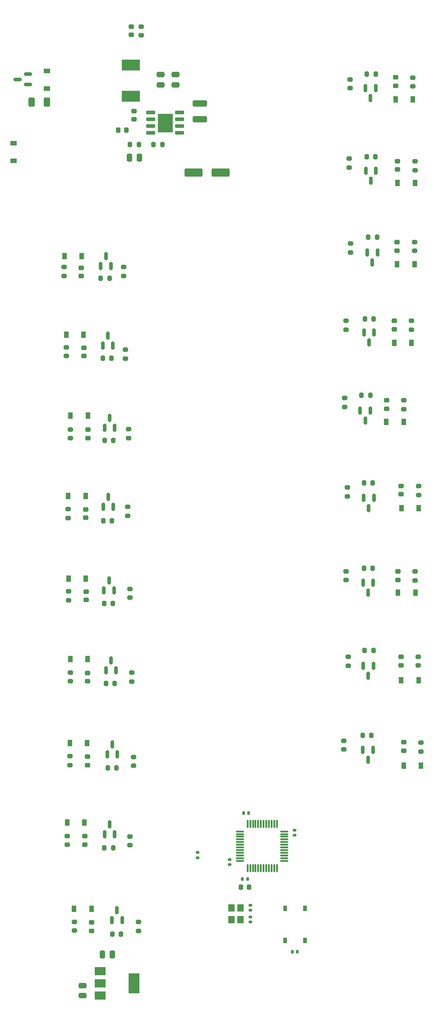
<source format=gtp>
G04 #@! TF.GenerationSoftware,KiCad,Pcbnew,(6.0.11)*
G04 #@! TF.CreationDate,2023-09-27T15:25:24-05:00*
G04 #@! TF.ProjectId,MB,4d422e6b-6963-4616-945f-706362585858,rev?*
G04 #@! TF.SameCoordinates,Original*
G04 #@! TF.FileFunction,Paste,Top*
G04 #@! TF.FilePolarity,Positive*
%FSLAX46Y46*%
G04 Gerber Fmt 4.6, Leading zero omitted, Abs format (unit mm)*
G04 Created by KiCad (PCBNEW (6.0.11)) date 2023-09-27 15:25:24*
%MOMM*%
%LPD*%
G01*
G04 APERTURE LIST*
G04 Aperture macros list*
%AMRoundRect*
0 Rectangle with rounded corners*
0 $1 Rounding radius*
0 $2 $3 $4 $5 $6 $7 $8 $9 X,Y pos of 4 corners*
0 Add a 4 corners polygon primitive as box body*
4,1,4,$2,$3,$4,$5,$6,$7,$8,$9,$2,$3,0*
0 Add four circle primitives for the rounded corners*
1,1,$1+$1,$2,$3*
1,1,$1+$1,$4,$5*
1,1,$1+$1,$6,$7*
1,1,$1+$1,$8,$9*
0 Add four rect primitives between the rounded corners*
20,1,$1+$1,$2,$3,$4,$5,0*
20,1,$1+$1,$4,$5,$6,$7,0*
20,1,$1+$1,$6,$7,$8,$9,0*
20,1,$1+$1,$8,$9,$2,$3,0*%
G04 Aperture macros list end*
%ADD10C,0.010000*%
%ADD11RoundRect,0.250000X0.250000X0.475000X-0.250000X0.475000X-0.250000X-0.475000X0.250000X-0.475000X0*%
%ADD12RoundRect,0.200000X0.275000X-0.200000X0.275000X0.200000X-0.275000X0.200000X-0.275000X-0.200000X0*%
%ADD13R,0.910000X1.220000*%
%ADD14RoundRect,0.150000X-0.150000X0.587500X-0.150000X-0.587500X0.150000X-0.587500X0.150000X0.587500X0*%
%ADD15RoundRect,0.200000X-0.200000X-0.275000X0.200000X-0.275000X0.200000X0.275000X-0.200000X0.275000X0*%
%ADD16RoundRect,0.150000X0.150000X-0.587500X0.150000X0.587500X-0.150000X0.587500X-0.150000X-0.587500X0*%
%ADD17RoundRect,0.200000X0.200000X0.275000X-0.200000X0.275000X-0.200000X-0.275000X0.200000X-0.275000X0*%
%ADD18RoundRect,0.218750X-0.256250X0.218750X-0.256250X-0.218750X0.256250X-0.218750X0.256250X0.218750X0*%
%ADD19RoundRect,0.225000X-0.225000X-0.250000X0.225000X-0.250000X0.225000X0.250000X-0.225000X0.250000X0*%
%ADD20RoundRect,0.135000X-0.185000X0.135000X-0.185000X-0.135000X0.185000X-0.135000X0.185000X0.135000X0*%
%ADD21RoundRect,0.218750X0.256250X-0.218750X0.256250X0.218750X-0.256250X0.218750X-0.256250X-0.218750X0*%
%ADD22RoundRect,0.140000X-0.140000X-0.170000X0.140000X-0.170000X0.140000X0.170000X-0.140000X0.170000X0*%
%ADD23RoundRect,0.140000X0.170000X-0.140000X0.170000X0.140000X-0.170000X0.140000X-0.170000X-0.140000X0*%
%ADD24R,2.000000X1.500000*%
%ADD25R,2.000000X3.800000*%
%ADD26RoundRect,0.250000X0.475000X-0.250000X0.475000X0.250000X-0.475000X0.250000X-0.475000X-0.250000X0*%
%ADD27RoundRect,0.200000X-0.275000X0.200000X-0.275000X-0.200000X0.275000X-0.200000X0.275000X0.200000X0*%
%ADD28R,1.200000X1.400000*%
%ADD29RoundRect,0.250000X0.312500X0.625000X-0.312500X0.625000X-0.312500X-0.625000X0.312500X-0.625000X0*%
%ADD30RoundRect,0.250000X-0.475000X0.250000X-0.475000X-0.250000X0.475000X-0.250000X0.475000X0.250000X0*%
%ADD31RoundRect,0.250000X-0.250000X-0.475000X0.250000X-0.475000X0.250000X0.475000X-0.250000X0.475000X0*%
%ADD32R,1.200000X0.900000*%
%ADD33RoundRect,0.225000X0.225000X0.250000X-0.225000X0.250000X-0.225000X-0.250000X0.225000X-0.250000X0*%
%ADD34RoundRect,0.075000X0.075000X-0.662500X0.075000X0.662500X-0.075000X0.662500X-0.075000X-0.662500X0*%
%ADD35RoundRect,0.075000X0.662500X-0.075000X0.662500X0.075000X-0.662500X0.075000X-0.662500X-0.075000X0*%
%ADD36R,0.750000X1.000000*%
%ADD37RoundRect,0.140000X-0.170000X0.140000X-0.170000X-0.140000X0.170000X-0.140000X0.170000X0.140000X0*%
%ADD38R,1.220000X0.910000*%
%ADD39R,3.400000X2.150000*%
%ADD40RoundRect,0.250000X-1.412500X-0.550000X1.412500X-0.550000X1.412500X0.550000X-1.412500X0.550000X0*%
%ADD41RoundRect,0.225000X0.250000X-0.225000X0.250000X0.225000X-0.250000X0.225000X-0.250000X-0.225000X0*%
%ADD42RoundRect,0.006000X-0.769000X-0.294000X0.769000X-0.294000X0.769000X0.294000X-0.769000X0.294000X0*%
%ADD43RoundRect,0.250000X1.100000X-0.325000X1.100000X0.325000X-1.100000X0.325000X-1.100000X-0.325000X0*%
%ADD44RoundRect,0.150000X0.587500X0.150000X-0.587500X0.150000X-0.587500X-0.150000X0.587500X-0.150000X0*%
%ADD45RoundRect,0.140000X0.140000X0.170000X-0.140000X0.170000X-0.140000X-0.170000X0.140000X-0.170000X0*%
G04 APERTURE END LIST*
G36*
X125650400Y-72388200D02*
G01*
X122940400Y-72388200D01*
X122940400Y-68988200D01*
X125650400Y-68988200D01*
X125650400Y-72388200D01*
G37*
D10*
X125650400Y-72388200D02*
X122940400Y-72388200D01*
X122940400Y-68988200D01*
X125650400Y-68988200D01*
X125650400Y-72388200D01*
D11*
X114437200Y-226618800D03*
X112537200Y-226618800D03*
D12*
X158902400Y-79082400D03*
X158902400Y-77432400D03*
X106197400Y-160184600D03*
X106197400Y-158534600D03*
D13*
X171205400Y-81965800D03*
X167935400Y-81965800D03*
D14*
X162840200Y-124665500D03*
X160940200Y-124665500D03*
X161890200Y-126540500D03*
D15*
X162173600Y-61529000D03*
X163823600Y-61529000D03*
D16*
X113451600Y-189075300D03*
X115351600Y-189075300D03*
X114401600Y-187200300D03*
D17*
X114286800Y-114808000D03*
X112636800Y-114808000D03*
D15*
X162446200Y-92151200D03*
X164096200Y-92151200D03*
D18*
X109245400Y-204444500D03*
X109245400Y-206019500D03*
D19*
X115506200Y-72034400D03*
X117056200Y-72034400D03*
D16*
X113212800Y-173329600D03*
X115112800Y-173329600D03*
X114162800Y-171454600D03*
D12*
X106553000Y-129831600D03*
X106553000Y-128181600D03*
D20*
X130429000Y-207414400D03*
X130429000Y-208434400D03*
D13*
X107229400Y-218021400D03*
X110499400Y-218021400D03*
X106137200Y-140639800D03*
X109407200Y-140639800D03*
D21*
X167868600Y-94640500D03*
X167868600Y-93065500D03*
D13*
X170844400Y-66304200D03*
X167574400Y-66304200D03*
D22*
X148190800Y-226119800D03*
X149150800Y-226119800D03*
D15*
X161824400Y-107442000D03*
X163474400Y-107442000D03*
D23*
X136398000Y-209750600D03*
X136398000Y-208790600D03*
D17*
X114617000Y-130276600D03*
X112967000Y-130276600D03*
D24*
X112140600Y-229703600D03*
D25*
X118440600Y-232003600D03*
D24*
X112140600Y-232003600D03*
X112140600Y-234303600D03*
D26*
X108839000Y-234299800D03*
X108839000Y-232399800D03*
D21*
X168630600Y-140335100D03*
X168630600Y-138760100D03*
D16*
X114340600Y-220127300D03*
X116240600Y-220127300D03*
X115290600Y-218252300D03*
D27*
X118084600Y-173774600D03*
X118084600Y-175424600D03*
D18*
X109804200Y-128219100D03*
X109804200Y-129794100D03*
D15*
X162166800Y-77089000D03*
X163816800Y-77089000D03*
D28*
X136741800Y-217830400D03*
X136741800Y-220030400D03*
X138441800Y-220030400D03*
X138441800Y-217830400D03*
D12*
X106527600Y-175399200D03*
X106527600Y-173749200D03*
D22*
X139016800Y-200050400D03*
X139976800Y-200050400D03*
D14*
X163408400Y-172493700D03*
X161508400Y-172493700D03*
X162458400Y-174368700D03*
D27*
X119354600Y-220498400D03*
X119354600Y-222148400D03*
D17*
X114871000Y-175818800D03*
X113221000Y-175818800D03*
D12*
X159024000Y-64198000D03*
X159024000Y-62548000D03*
D15*
X161404800Y-185521600D03*
X163054800Y-185521600D03*
D23*
X140335000Y-220520200D03*
X140335000Y-219560200D03*
D21*
X168021000Y-156387900D03*
X168021000Y-154812900D03*
D29*
X102148100Y-66802000D03*
X99223100Y-66802000D03*
D12*
X158546800Y-140728200D03*
X158546800Y-139078200D03*
X107289600Y-222123000D03*
X107289600Y-220473000D03*
X105968800Y-206031600D03*
X105968800Y-204381600D03*
D21*
X169087800Y-188391900D03*
X169087800Y-186816900D03*
D18*
X109728000Y-173812100D03*
X109728000Y-175387100D03*
D21*
X167563800Y-63754100D03*
X167563800Y-62179100D03*
D12*
X105740200Y-114413800D03*
X105740200Y-112763800D03*
D14*
X163548600Y-109958900D03*
X161648600Y-109958900D03*
X162598600Y-111833900D03*
D27*
X118364000Y-189573400D03*
X118364000Y-191223400D03*
D18*
X109093000Y-112852100D03*
X109093000Y-114427100D03*
D21*
X165878000Y-124282300D03*
X165878000Y-122707300D03*
D30*
X123508000Y-61661000D03*
X123508000Y-63561000D03*
D13*
X170583600Y-111988600D03*
X167313600Y-111988600D03*
D27*
X117424200Y-128130800D03*
X117424200Y-129780800D03*
X170586400Y-107836200D03*
X170586400Y-109486200D03*
D18*
X110490000Y-220586700D03*
X110490000Y-222161700D03*
D13*
X106442000Y-186944000D03*
X109712000Y-186944000D03*
X106543600Y-125603000D03*
X109813600Y-125603000D03*
D27*
X116890800Y-113246400D03*
X116890800Y-114896400D03*
D31*
X117605000Y-77216000D03*
X119505000Y-77216000D03*
D12*
X158029400Y-123964200D03*
X158029400Y-122314200D03*
D32*
X102158800Y-61011800D03*
X102158800Y-64311800D03*
D13*
X169087800Y-126796800D03*
X165817800Y-126796800D03*
D27*
X171262800Y-154800800D03*
X171262800Y-156450800D03*
D12*
X119862600Y-54292000D03*
X119862600Y-52642000D03*
D21*
X168630600Y-172364500D03*
X168630600Y-170789500D03*
D30*
X126302000Y-61661000D03*
X126302000Y-63561000D03*
D12*
X106146600Y-144792200D03*
X106146600Y-143142200D03*
D33*
X140094000Y-213969600D03*
X138544000Y-213969600D03*
D18*
X109524800Y-158572100D03*
X109524800Y-160147100D03*
D16*
X112969000Y-127861300D03*
X114869000Y-127861300D03*
X113919000Y-125986300D03*
D21*
X167944800Y-79476700D03*
X167944800Y-77901700D03*
D34*
X139794800Y-210435900D03*
X140294800Y-210435900D03*
X140794800Y-210435900D03*
X141294800Y-210435900D03*
X141794800Y-210435900D03*
X142294800Y-210435900D03*
X142794800Y-210435900D03*
X143294800Y-210435900D03*
X143794800Y-210435900D03*
X144294800Y-210435900D03*
X144794800Y-210435900D03*
X145294800Y-210435900D03*
D35*
X146707300Y-209023400D03*
X146707300Y-208523400D03*
X146707300Y-208023400D03*
X146707300Y-207523400D03*
X146707300Y-207023400D03*
X146707300Y-206523400D03*
X146707300Y-206023400D03*
X146707300Y-205523400D03*
X146707300Y-205023400D03*
X146707300Y-204523400D03*
X146707300Y-204023400D03*
X146707300Y-203523400D03*
D34*
X145294800Y-202110900D03*
X144794800Y-202110900D03*
X144294800Y-202110900D03*
X143794800Y-202110900D03*
X143294800Y-202110900D03*
X142794800Y-202110900D03*
X142294800Y-202110900D03*
X141794800Y-202110900D03*
X141294800Y-202110900D03*
X140794800Y-202110900D03*
X140294800Y-202110900D03*
X139794800Y-202110900D03*
D35*
X138382300Y-203523400D03*
X138382300Y-204023400D03*
X138382300Y-204523400D03*
X138382300Y-205023400D03*
X138382300Y-205523400D03*
X138382300Y-206023400D03*
X138382300Y-206523400D03*
X138382300Y-207023400D03*
X138382300Y-207523400D03*
X138382300Y-208023400D03*
X138382300Y-208523400D03*
X138382300Y-209023400D03*
D14*
X163484600Y-141023100D03*
X161584600Y-141023100D03*
X162534600Y-142898100D03*
D27*
X171907200Y-138824200D03*
X171907200Y-140474200D03*
D36*
X150571200Y-217963600D03*
X150571200Y-223963600D03*
X146821200Y-217963600D03*
X146821200Y-223963600D03*
D37*
X140335000Y-217325000D03*
X140335000Y-218285000D03*
D17*
X115201200Y-191617600D03*
X113551200Y-191617600D03*
D15*
X117730000Y-74803000D03*
X119380000Y-74803000D03*
D14*
X163834800Y-64223700D03*
X161934800Y-64223700D03*
X162884800Y-66098700D03*
D38*
X95885000Y-74539600D03*
X95885000Y-77809600D03*
D12*
X158280600Y-109486200D03*
X158280600Y-107836200D03*
X105384600Y-99402300D03*
X105384600Y-97752300D03*
D17*
X114553000Y-206578200D03*
X112903000Y-206578200D03*
D27*
X171856400Y-170752000D03*
X171856400Y-172402000D03*
X117754400Y-158077400D03*
X117754400Y-159727400D03*
X117703600Y-204483200D03*
X117703600Y-206133200D03*
X171119800Y-93028000D03*
X171119800Y-94678000D03*
D13*
X106188000Y-156184600D03*
X109458000Y-156184600D03*
X171916600Y-142925800D03*
X168646600Y-142925800D03*
X105908600Y-201904600D03*
X109178600Y-201904600D03*
D15*
X161785800Y-169646600D03*
X163435800Y-169646600D03*
D18*
X109397800Y-143179700D03*
X109397800Y-144754700D03*
D15*
X161166800Y-121742200D03*
X162816800Y-121742200D03*
D27*
X169078400Y-122720600D03*
X169078400Y-124370600D03*
D15*
X161633400Y-154203400D03*
X163283400Y-154203400D03*
D39*
X117920000Y-65739200D03*
X117920000Y-59889200D03*
D40*
X129669500Y-80035400D03*
X134744500Y-80035400D03*
D41*
X118504200Y-70066200D03*
X118504200Y-68516200D03*
D16*
X112943600Y-204035900D03*
X114843600Y-204035900D03*
X113893600Y-202160900D03*
D42*
X126995400Y-68783200D03*
X126995400Y-70053200D03*
X126995400Y-71323200D03*
X126995400Y-72593200D03*
X121595400Y-72593200D03*
X121595400Y-71323200D03*
X121595400Y-70053200D03*
X121595400Y-68783200D03*
D12*
X106476800Y-191071000D03*
X106476800Y-189421000D03*
D14*
X163357600Y-156898100D03*
X161457600Y-156898100D03*
X162407600Y-158773100D03*
D13*
X171272200Y-158750000D03*
X168002200Y-158750000D03*
D27*
X170809600Y-62228000D03*
X170809600Y-63878000D03*
X116509800Y-97727000D03*
X116509800Y-99377000D03*
D15*
X122149600Y-74777600D03*
X123799600Y-74777600D03*
D12*
X158267400Y-156400000D03*
X158267400Y-154750000D03*
D17*
X116064800Y-222771200D03*
X114414800Y-222771200D03*
D12*
X159131000Y-94982800D03*
X159131000Y-93332800D03*
D18*
X117957600Y-52654100D03*
X117957600Y-54229100D03*
X108585000Y-97866000D03*
X108585000Y-99441000D03*
D43*
X130835400Y-70055000D03*
X130835400Y-67105000D03*
D21*
X167323000Y-109397900D03*
X167323000Y-107822900D03*
D27*
X172364400Y-186918600D03*
X172364400Y-188568600D03*
D16*
X112689600Y-142720300D03*
X114589600Y-142720300D03*
X113639600Y-140845300D03*
D37*
X148590000Y-203304200D03*
X148590000Y-204264200D03*
D44*
X98549700Y-63510200D03*
X98549700Y-61610200D03*
X96674700Y-62560200D03*
D13*
X171129200Y-97205800D03*
X167859200Y-97205800D03*
D18*
X109728000Y-189509300D03*
X109728000Y-191084300D03*
D16*
X112638800Y-112468900D03*
X114538800Y-112468900D03*
X113588800Y-110593900D03*
D17*
X114337600Y-145313400D03*
X112687600Y-145313400D03*
D27*
X171221400Y-77915000D03*
X171221400Y-79565000D03*
D14*
X164170400Y-94998300D03*
X162270400Y-94998300D03*
X163220400Y-96873300D03*
D12*
X157835600Y-188163200D03*
X157835600Y-186513200D03*
D14*
X163332200Y-188190900D03*
X161432200Y-188190900D03*
X162382200Y-190065900D03*
D17*
X114540800Y-160807400D03*
X112890800Y-160807400D03*
D13*
X105756200Y-110439200D03*
X109026200Y-110439200D03*
X106518200Y-171246800D03*
X109788200Y-171246800D03*
D12*
X158673800Y-172452800D03*
X158673800Y-170802800D03*
D13*
X105400600Y-95732500D03*
X108670600Y-95732500D03*
X172348400Y-191185800D03*
X169078400Y-191185800D03*
X171865800Y-175158400D03*
X168595800Y-175158400D03*
D45*
X139799000Y-212445600D03*
X138839000Y-212445600D03*
D17*
X113893600Y-99847400D03*
X112243600Y-99847400D03*
D27*
X117322600Y-142685000D03*
X117322600Y-144335000D03*
D15*
X161658800Y-138176000D03*
X163308800Y-138176000D03*
D16*
X112842000Y-158315900D03*
X114742000Y-158315900D03*
X113792000Y-156440900D03*
X112257800Y-97533700D03*
X114157800Y-97533700D03*
X113207800Y-95658700D03*
D14*
X163891000Y-79656700D03*
X161991000Y-79656700D03*
X162941000Y-81531700D03*
M02*

</source>
